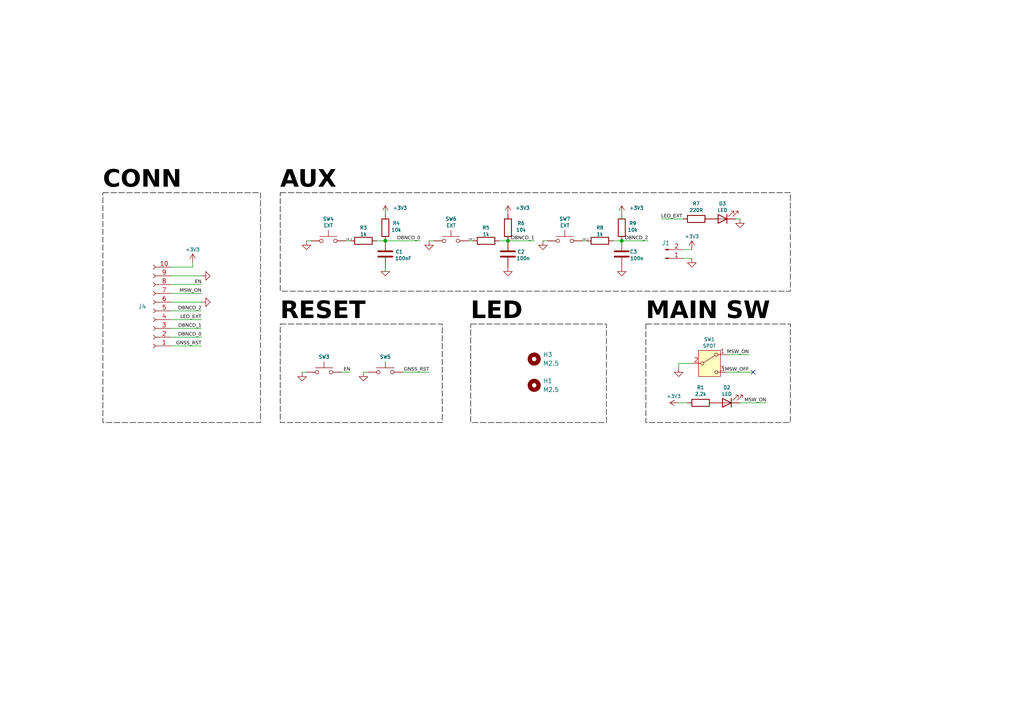
<source format=kicad_sch>
(kicad_sch (version 20250114) (generator "eeschema") (generator_version "9.0")
  (paper "A4")
  (lib_symbols
    (symbol "Connector:Conn_01x02_Pin" (pin_names (offset 1.016) (hide yes))
      (property "Reference" "J" (at 0 2.54 0))
      (property "Value" "Conn_01x02_Pin" (at 0 -5.08 0))
      (symbol "Conn_01x02_Pin_1_1"
        (rectangle (start 0.8636 0.127) (end 0 -0.127) (stroke (width 0.1524)) (fill (type outline)))
        (rectangle (start 0.8636 -2.413) (end 0 -2.667) (stroke (width 0.1524)) (fill (type outline)))
        (polyline (pts (xy 1.27 0) (xy 0.8636 0)) (stroke (width 0.1524)))
        (polyline (pts (xy 1.27 -2.54) (xy 0.8636 -2.54)) (stroke (width 0.1524)))
        (pin passive line (at 5.08 0 180) (length 3.81) (name "Pin_1") (number "1"))
        (pin passive line (at 5.08 -2.54 180) (length 3.81) (name "Pin_2") (number "2"))
      )
    )
    (symbol "Connector:Conn_01x10_Socket" (pin_names (offset 1.016) (hide yes))
      (property "Reference" "J" (at 0 12.7 0))
      (property "Value" "Conn_01x10_Socket" (at 0 -15.24 0))
      (symbol "Conn_01x10_Socket_1_1"
        (polyline (pts (xy -1.27 10.16) (xy -0.508 10.16)) (stroke (width 0.1524)))
        (polyline (pts (xy -1.27 7.62) (xy -0.508 7.62)) (stroke (width 0.1524)))
        (polyline (pts (xy -1.27 5.08) (xy -0.508 5.08)) (stroke (width 0.1524)))
        (polyline (pts (xy -1.27 2.54) (xy -0.508 2.54)) (stroke (width 0.1524)))
        (polyline (pts (xy -1.27 0) (xy -0.508 0)) (stroke (width 0.1524)))
        (polyline (pts (xy -1.27 -2.54) (xy -0.508 -2.54)) (stroke (width 0.1524)))
        (polyline (pts (xy -1.27 -5.08) (xy -0.508 -5.08)) (stroke (width 0.1524)))
        (polyline (pts (xy -1.27 -7.62) (xy -0.508 -7.62)) (stroke (width 0.1524)))
        (polyline (pts (xy -1.27 -10.16) (xy -0.508 -10.16)) (stroke (width 0.1524)))
        (polyline (pts (xy -1.27 -12.7) (xy -0.508 -12.7)) (stroke (width 0.1524)))
        (arc (start 0 9.652) (mid -0.5058 10.16) (end 0 10.668) (stroke (width 0.1524)))
        (arc (start 0 7.112) (mid -0.5058 7.62) (end 0 8.128) (stroke (width 0.1524)))
        (arc (start 0 4.572) (mid -0.5058 5.08) (end 0 5.588) (stroke (width 0.1524)))
        (arc (start 0 2.032) (mid -0.5058 2.54) (end 0 3.048) (stroke (width 0.1524)))
        (arc (start 0 -0.508) (mid -0.5058 0) (end 0 0.508) (stroke (width 0.1524)))
        (arc (start 0 -3.048) (mid -0.5058 -2.54) (end 0 -2.032) (stroke (width 0.1524)))
        (arc (start 0 -5.588) (mid -0.5058 -5.08) (end 0 -4.572) (stroke (width 0.1524)))
        (arc (start 0 -8.128) (mid -0.5058 -7.62) (end 0 -7.112) (stroke (width 0.1524)))
        (arc (start 0 -10.668) (mid -0.5058 -10.16) (end 0 -9.652) (stroke (width 0.1524)))
        (arc (start 0 -13.208) (mid -0.5058 -12.7) (end 0 -12.192) (stroke (width 0.1524)))
        (pin passive line (at -5.08 10.16 0) (length 3.81) (name "Pin_1") (number "1"))
        (pin passive line (at -5.08 7.62 0) (length 3.81) (name "Pin_2") (number "2"))
        (pin passive line (at -5.08 5.08 0) (length 3.81) (name "Pin_3") (number "3"))
        (pin passive line (at -5.08 2.54 0) (length 3.81) (name "Pin_4") (number "4"))
        (pin passive line (at -5.08 0 0) (length 3.81) (name "Pin_5") (number "5"))
        (pin passive line (at -5.08 -2.54 0) (length 3.81) (name "Pin_6") (number "6"))
        (pin passive line (at -5.08 -5.08 0) (length 3.81) (name "Pin_7") (number "7"))
        (pin passive line (at -5.08 -7.62 0) (length 3.81) (name "Pin_8") (number "8"))
        (pin passive line (at -5.08 -10.16 0) (length 3.81) (name "Pin_9") (number "9"))
        (pin passive line (at -5.08 -12.7 0) (length 3.81) (name "Pin_10") (number "10"))
      )
    )
    (symbol "Device:C" (pin_numbers (hide yes)) (pin_names (offset 0.254))
      (property "Reference" "C" (at 0.635 2.54 0))
      (property "Value" "C" (at 0.635 -2.54 0))
      (symbol "C_0_1"
        (polyline (pts (xy -2.032 0.762) (xy 2.032 0.762)) (stroke (width 0.508)))
        (polyline (pts (xy -2.032 -0.762) (xy 2.032 -0.762)) (stroke (width 0.508)))
      )
      (symbol "C_1_1"
        (pin passive line (at 0 3.81 270) (length 2.794) (name "~") (number "1"))
        (pin passive line (at 0 -3.81 90) (length 2.794) (name "~") (number "2"))
      )
    )
    (symbol "Device:LED" (pin_numbers (hide yes)) (pin_names (offset 1.016) (hide yes))
      (property "Reference" "D" (at 0 2.54 0))
      (property "Value" "LED" (at 0 -2.54 0))
      (symbol "LED_0_1"
        (polyline (pts (xy -3.048 -0.762) (xy -4.572 -2.286) (xy -3.81 -2.286) (xy -4.572 -2.286) (xy -4.572 -1.524)))
        (polyline (pts (xy -1.778 -0.762) (xy -3.302 -2.286) (xy -2.54 -2.286) (xy -3.302 -2.286) (xy -3.302 -1.524)))
        (polyline (pts (xy -1.27 0) (xy 1.27 0)))
        (polyline (pts (xy -1.27 -1.27) (xy -1.27 1.27)) (stroke (width 0.254)))
        (polyline (pts (xy 1.27 -1.27) (xy 1.27 1.27) (xy -1.27 0) (xy 1.27 -1.27)) (stroke (width 0.254)))
      )
      (symbol "LED_1_1"
        (pin passive line (at -3.81 0 0) (length 2.54) (name "K") (number "1"))
        (pin passive line (at 3.81 0 180) (length 2.54) (name "A") (number "2"))
      )
    )
    (symbol "Device:R" (pin_numbers (hide yes)) (pin_names (offset 0))
      (property "Reference" "R" (at 2.032 0 90))
      (property "Value" "R" (at 0 0 90))
      (symbol "R_0_1"
        (rectangle (start -1.016 -2.54) (end 1.016 2.54) (stroke (width 0.254)))
      )
      (symbol "R_1_1"
        (pin passive line (at 0 3.81 270) (length 1.27) (name "~") (number "1"))
        (pin passive line (at 0 -3.81 90) (length 1.27) (name "~") (number "2"))
      )
    )
    (symbol "Mechanical:MountingHole" (pin_names (offset 1.016)) (in_bom no)
      (property "Reference" "H" (at 0 5.08 0))
      (property "Value" "MountingHole" (at 0 3.175 0))
      (symbol "MountingHole_0_1"
        (circle (center 0 0) (radius 1.27) (stroke (width 1.27)))
      )
    )
    (symbol "Switch:SW_Push" (pin_numbers (hide yes)) (pin_names (offset 1.016) (hide yes))
      (property "Reference" "SW" (at 1.27 2.54 0))
      (property "Value" "SW_Push" (at 0 -1.524 0))
      (symbol "SW_Push_0_1"
        (circle (center -2.032 0) (radius 0.508))
        (polyline (pts (xy 0 1.27) (xy 0 3.048)))
        (circle (center 2.032 0) (radius 0.508))
        (polyline (pts (xy 2.54 1.27) (xy -2.54 1.27)))
        (pin passive line (at -5.08 0 0) (length 2.54) (name "1") (number "1"))
        (pin passive line (at 5.08 0 180) (length 2.54) (name "2") (number "2"))
      )
    )
    (symbol "Switch:SW_SPDT" (pin_names (offset 0) (hide yes))
      (property "Reference" "SW" (at 0 5.08 0))
      (property "Value" "SW_SPDT" (at 0 -5.08 0))
      (symbol "SW_SPDT_0_1"
        (circle (center -2.032 0) (radius 0.4572))
        (polyline (pts (xy -1.651 0.254) (xy 1.651 2.286)))
        (circle (center 2.032 2.54) (radius 0.4572))
        (circle (center 2.032 -2.54) (radius 0.4572))
      )
      (symbol "SW_SPDT_1_1"
        (rectangle (start -3.175 3.81) (end 3.175 -3.81) (fill (type background)))
        (pin passive line (at -5.08 0 0) (length 2.54) (name "B") (number "2"))
        (pin passive line (at 5.08 2.54 180) (length 2.54) (name "A") (number "1"))
        (pin passive line (at 5.08 -2.54 180) (length 2.54) (name "C") (number "3"))
      )
    )
    (symbol "power:+3V3" (power) (pin_names (offset 0))
      (property "Value" "+3V3" (at 0 3.556 0))
      (symbol "+3V3_0_1"
        (polyline (pts (xy -0.762 1.27) (xy 0 2.54)))
        (polyline (pts (xy 0 2.54) (xy 0.762 1.27)))
        (polyline (pts (xy 0 0) (xy 0 2.54)))
      )
      (symbol "+3V3_1_1"
        (pin power_in line (at 0 0 90) (length 0) (hide yes) (name "+3V3") (number "1"))
      )
    )
    (symbol "power:GND" (power) (pin_names (offset 0))
      (property "Value" "GND" (at 0 -3.81 0))
      (symbol "GND_0_1"
        (polyline (pts (xy 0 0) (xy 0 -1.27) (xy 1.27 -1.27) (xy 0 -2.54) (xy -1.27 -1.27) (xy 0 -1.27)))
      )
      (symbol "GND_1_1"
        (pin power_in line (at 0 0 270) (length 0) (hide yes) (name "GND") (number "1"))
      )
    )
  )
  (rectangle (start 187.325 93.98) (end 229.235 122.555) (stroke (width 0) (type dash) (color 0 0 0 1)))
  (rectangle (start 81.28 55.88) (end 229.235 84.455) (stroke (width 0) (type dash) (color 0 0 0 1)))
  (rectangle (start 29.845 55.88) (end 75.565 122.555) (stroke (width 0) (type dash) (color 0 0 0 1)))
  (rectangle (start 81.28 93.98) (end 128.27 122.555) (stroke (width 0) (type dash) (color 0 0 0 1)))
  (rectangle (start 136.525 93.98) (end 175.895 122.555) (stroke (width 0) (type dash) (color 0 0 0 1)))
  (text "LED" (at 136.525 94.615 0) (effects (font (size 5 5) (thickness 1.2) (bold yes)) (justify left bottom)))
  (text "RESET" (at 81.28 94.615 0) (effects (font (size 5 5) (thickness 1.2) (bold yes)) (justify left bottom)))
  (text "MAIN SW" (at 187.325 94.615 0) (effects (font (size 5 5) (bold yes)) (justify left bottom)))
  (text "AUX" (at 81.28 56.515 0) (effects (font (size 5 5) (thickness 1.2) (bold yes)) (justify left bottom)))
  (text "CONN" (at 29.845 56.515 0) (effects (font (size 5 5) (thickness 1.2) (bold yes)) (justify left bottom)))
  (junction (at 180.34 69.85))
  (junction (at 147.32 69.85))
  (junction (at 111.76 69.85))
  (no_connect (at 218.44 107.95))
  (wire (pts (xy 196.85 106.68) (xy 196.85 105.41)))
  (wire (pts (xy 196.85 105.41) (xy 200.66 105.41)))
  (wire (pts (xy 168.91 69.85) (xy 170.18 69.85)))
  (wire (pts (xy 58.42 85.09) (xy 49.53 85.09)))
  (wire (pts (xy 87.63 107.95) (xy 88.9 107.95)))
  (wire (pts (xy 177.8 69.85) (xy 180.34 69.85)))
  (wire (pts (xy 144.78 69.85) (xy 147.32 69.85)))
  (wire (pts (xy 214.63 63.5) (xy 213.36 63.5)))
  (wire (pts (xy 180.34 69.85) (xy 187.96 69.85)))
  (wire (pts (xy 200.66 72.39) (xy 198.12 72.39)))
  (wire (pts (xy 222.25 116.84) (xy 214.63 116.84)))
  (wire (pts (xy 88.9 69.85) (xy 90.17 69.85)))
  (wire (pts (xy 100.33 69.85) (xy 101.6 69.85)))
  (wire (pts (xy 124.46 69.85) (xy 125.73 69.85)))
  (wire (pts (xy 58.42 100.33) (xy 49.53 100.33)))
  (wire (pts (xy 55.88 77.47) (xy 55.88 76.2)))
  (wire (pts (xy 58.42 90.17) (xy 49.53 90.17)))
  (wire (pts (xy 135.89 69.85) (xy 137.16 69.85)))
  (wire (pts (xy 218.44 107.95) (xy 210.82 107.95)))
  (wire (pts (xy 58.42 80.01) (xy 49.53 80.01)))
  (wire (pts (xy 124.46 107.95) (xy 116.84 107.95)))
  (wire (pts (xy 196.85 116.84) (xy 199.39 116.84)))
  (wire (pts (xy 58.42 92.71) (xy 49.53 92.71)))
  (wire (pts (xy 58.42 97.79) (xy 49.53 97.79)))
  (wire (pts (xy 58.42 95.25) (xy 49.53 95.25)))
  (wire (pts (xy 200.66 74.93) (xy 198.12 74.93)))
  (wire (pts (xy 217.17 102.87) (xy 210.82 102.87)))
  (wire (pts (xy 191.77 63.5) (xy 198.12 63.5)))
  (wire (pts (xy 109.22 69.85) (xy 111.76 69.85)))
  (wire (pts (xy 147.32 69.85) (xy 154.94 69.85)))
  (wire (pts (xy 101.6 107.95) (xy 99.06 107.95)))
  (wire (pts (xy 111.76 69.85) (xy 121.92 69.85)))
  (wire (pts (xy 49.53 82.55) (xy 58.42 82.55)))
  (wire (pts (xy 105.41 107.95) (xy 106.68 107.95)))
  (wire (pts (xy 157.48 69.85) (xy 158.75 69.85)))
  (wire (pts (xy 58.42 87.63) (xy 49.53 87.63)))
  (wire (pts (xy 49.53 77.47) (xy 55.88 77.47)))
  (label "MSW_ON" (at 217.17 102.87 180) (effects (font (size 1 1))))
  (label "DBNCD_0" (at 121.92 69.85 180) (effects (font (size 1 1))))
  (label "LED_EXT" (at 191.77 63.5 0) (effects (font (size 1 1))))
  (label "EN" (at 101.6 107.95 180) (effects (font (size 1 1))))
  (label "LED_EXT" (at 58.42 92.71 180) (effects (font (size 1 1))))
  (label "DBNCD_1" (at 58.42 95.25 180) (effects (font (size 1 1))))
  (label "DB_0" (at 100.33 69.85 0) (effects (font (size 0.5 0.5))))
  (label "DBNCD_2" (at 187.96 69.85 180) (effects (font (size 1 1))))
  (label "MSW_OFF" (at 217.17 107.95 180) (effects (font (size 1 1))))
  (label "DBNCD_1" (at 154.94 69.85 180) (effects (font (size 1 1))))
  (label "GNSS_RST" (at 58.42 100.33 180) (effects (font (size 1 1))))
  (label "MSW_ON" (at 58.42 85.09 180) (effects (font (size 1 1))))
  (label "GNSS_RST" (at 124.46 107.95 180) (effects (font (size 1 1))))
  (label "EN" (at 58.42 82.55 180) (effects (font (size 1 1))))
  (label "MSW_ON" (at 222.25 116.84 180) (effects (font (size 1 1))))
  (label "DB_2" (at 168.91 69.85 0) (effects (font (size 0.5 0.5))))
  (label "DBNCD_2" (at 58.42 90.17 180) (effects (font (size 1 1))))
  (label "DB_1" (at 135.89 69.85 0) (effects (font (size 0.5 0.5))))
  (label "DBNCD_0" (at 58.42 97.79 180) (effects (font (size 1 1))))
  (symbol (lib_id "power:+3V3") (at 111.76 62.23 0) (mirror y) (unit 1)
    (property "Reference" "#PWR010" (effects (hide yes)))
    (property "Value" "+3V3" (at 118.11 60.325 0) (effects (font (size 1 1)) (justify left)))
  )
  (symbol (lib_id "power:GND") (at 58.42 80.01 90) (mirror x) (unit 1)
    (property "Reference" "#PWR029" (effects (hide yes)))
    (property "Value" "GND" (effects (hide yes)))
  )
  (symbol (lib_id "Switch:SW_Push") (at 93.98 107.95 0) (mirror y) (unit 1)
    (property "Reference" "SW3" (at 93.98 103.505 0) (effects (font (size 1 1))))
    (property "Value" "RESET" (effects (hide yes)))
    (property "Footprint" "Connector_Wire:SolderWire-0.1sqmm_1x02_P3.6mm_D0.4mm_OD1mm_Relief" (effects (hide yes)))
    (property "Datasheet" "https://cz.mouser.com/ProductDetail/Panasonic/EVQ-PE104K?qs=wX5mvoJE4NGLiYsCBZAptQ%3D%3D" (effects (hide yes)))
  )
  (symbol (lib_id "Device:R") (at 203.2 116.84 90) (unit 1)
    (property "Reference" "R1" (at 203.2 112.395 90) (effects (font (size 1 1))))
    (property "Value" "2.2k" (at 203.2 114.3 90) (effects (font (size 1 1))))
    (property "Footprint" "Resistor_SMD:R_0805_2012Metric" (effects (hide yes)))
    (property "LCSC" "C17633" (effects (hide yes)))
  )
  (symbol (lib_id "Switch:SW_Push") (at 111.76 107.95 0) (mirror y) (unit 1)
    (property "Reference" "SW5" (at 111.76 103.505 0) (effects (font (size 1 1))))
    (property "Value" "RESET" (effects (hide yes)))
    (property "Footprint" "Connector_Wire:SolderWire-0.1sqmm_1x02_P3.6mm_D0.4mm_OD1mm_Relief" (effects (hide yes)))
    (property "Datasheet" "https://cz.mouser.com/ProductDetail/Panasonic/EVQ-PE104K?qs=wX5mvoJE4NGLiYsCBZAptQ%3D%3D" (effects (hide yes)))
  )
  (symbol (lib_id "Connector:Conn_01x10_Socket") (at 44.45 90.17 180) (unit 1)
    (property "Reference" "J4" (at 41.275 88.9 0))
    (property "Value" "Conn_01x10_Socket" (effects (hide yes)))
    (property "Footprint" "Connector_PinHeader_2.54mm:PinHeader_1x10_P2.54mm_Horizontal" (effects (hide yes)))
    (property "Description" "Generic connector, single row, 01x10, script generated" (effects (hide yes)))
  )
  (symbol (lib_id "Switch:SW_Push") (at 130.81 69.85 0) (unit 1)
    (property "Reference" "SW6" (at 130.81 63.5 0) (effects (font (size 1 1))))
    (property "Value" "EXT" (at 130.81 65.405 0) (effects (font (size 1 1))))
    (property "Footprint" "Connector_Wire:SolderWire-0.1sqmm_1x02_P3.6mm_D0.4mm_OD1mm_Relief" (effects (hide yes)))
    (property "Datasheet" "https://cz.mouser.com/ProductDetail/Panasonic/EVQ-PE104K?qs=wX5mvoJE4NGLiYsCBZAptQ%3D%3D" (effects (hide yes)))
  )
  (symbol (lib_id "Device:R") (at 111.76 66.04 0) (mirror x) (unit 1)
    (property "Reference" "R4" (at 114.935 64.77 0) (effects (font (size 1 1))))
    (property "Value" "10k" (at 114.935 66.675 0) (effects (font (size 1 1))))
    (property "Footprint" "Resistor_SMD:R_0805_2012Metric" (effects (hide yes)))
  )
  (symbol (lib_id "power:GND") (at 200.66 74.93 0) (mirror y) (unit 1)
    (property "Reference" "#PWR03" (effects (hide yes)))
    (property "Value" "GND" (effects (hide yes)))
  )
  (symbol (lib_id "power:+3V3") (at 55.88 76.2 0) (mirror y) (unit 1)
    (property "Reference" "#PWR031" (effects (hide yes)))
    (property "Value" "+3V3" (at 55.88 72.39 0) (effects (font (size 1 1))))
  )
  (symbol (lib_id "Device:LED") (at 210.82 116.84 180) (unit 1)
    (property "Reference" "D2" (at 210.82 112.395 0) (effects (font (size 1 1))))
    (property "Value" "LED" (at 210.82 114.3 0) (effects (font (size 1 1))))
    (property "Footprint" "Connector_Wire:SolderWire-0.1sqmm_1x02_P3.6mm_D0.4mm_OD1mm_Relief" (effects (hide yes)))
    (property "Description" "Light emitting diode" (effects (hide yes)))
    (property "Sim.Pins" "1=K 2=A" (effects (hide yes)))
  )
  (symbol (lib_id "power:GND") (at 214.63 63.5 0) (unit 1)
    (property "Reference" "#PWR016" (effects (hide yes)))
    (property "Value" "GND" (effects (hide yes)))
  )
  (symbol (lib_id "power:+3V3") (at 147.32 62.23 0) (mirror y) (unit 1)
    (property "Reference" "#PWR013" (effects (hide yes)))
    (property "Value" "+3V3" (at 153.67 60.325 0) (effects (font (size 1 1)) (justify left)))
  )
  (symbol (lib_id "Device:C") (at 180.34 73.66 180) (unit 1)
    (property "Reference" "C3" (at 184.785 73.025 0) (effects (font (size 1 1)) (justify left)))
    (property "Value" "100n" (at 186.69 74.93 0) (effects (font (size 1 1)) (justify left)))
    (property "Footprint" "Capacitor_SMD:C_0805_2012Metric" (effects (hide yes)))
  )
  (symbol (lib_id "Device:C") (at 111.76 73.66 180) (unit 1)
    (property "Reference" "C1" (at 116.84 73.025 0) (effects (font (size 1 1)) (justify left)))
    (property "Value" "100nF" (at 119.38 74.93 0) (effects (font (size 1 1)) (justify left)))
    (property "Footprint" "Capacitor_SMD:C_0805_2012Metric" (effects (hide yes)))
  )
  (symbol (lib_id "Mechanical:MountingHole") (at 154.94 111.76 0) (unit 1) (in_bom no)
    (property "Reference" "H1" (at 157.48 110.4899 0) (effects (justify left)))
    (property "Value" "M2.5" (at 157.48 113.0299 0) (effects (justify left)))
    (property "Footprint" "MountingHole:MountingHole_2.5mm" (effects (hide yes)))
    (property "Description" "Mounting Hole without connection" (effects (hide yes)))
  )
  (symbol (lib_id "power:GND") (at 147.32 77.47 0) (mirror y) (unit 1)
    (property "Reference" "#PWR014" (effects (hide yes)))
    (property "Value" "GND" (effects (hide yes)))
  )
  (symbol (lib_id "Switch:SW_Push") (at 95.25 69.85 0) (unit 1)
    (property "Reference" "SW4" (at 95.25 63.5 0) (effects (font (size 1 1))))
    (property "Value" "EXT" (at 95.25 65.405 0) (effects (font (size 1 1))))
    (property "Footprint" "Connector_Wire:SolderWire-0.1sqmm_1x02_P3.6mm_D0.4mm_OD1mm_Relief" (effects (hide yes)))
    (property "Datasheet" "https://cz.mouser.com/ProductDetail/Panasonic/EVQ-PE104K?qs=wX5mvoJE4NGLiYsCBZAptQ%3D%3D" (effects (hide yes)))
  )
  (symbol (lib_id "Mechanical:MountingHole") (at 154.94 104.14 0) (unit 1) (in_bom no)
    (property "Reference" "H3" (at 157.48 102.8699 0) (effects (justify left)))
    (property "Value" "M2.5" (at 157.48 105.4099 0) (effects (justify left)))
    (property "Footprint" "MountingHole:MountingHole_2.5mm" (effects (hide yes)))
    (property "Description" "Mounting Hole without connection" (effects (hide yes)))
  )
  (symbol (lib_id "Device:R") (at 201.93 63.5 90) (unit 1)
    (property "Reference" "R7" (at 201.93 59.055 90) (effects (font (size 1 1))))
    (property "Value" "220R" (at 201.93 60.96 90) (effects (font (size 1 1))))
    (property "Footprint" "Resistor_SMD:R_0805_2012Metric" (effects (hide yes)))
    (property "LCSC" "C17633" (effects (hide yes)))
  )
  (symbol (lib_id "Switch:SW_SPDT") (at 205.74 105.41 0) (unit 1)
    (property "Reference" "SW1" (at 205.74 98.425 0) (effects (font (size 1 1))))
    (property "Value" "SPDT" (at 205.74 100.33 0) (effects (font (size 1 1))))
    (property "Footprint" "Connector_Wire:SolderWire-0.1sqmm_1x02_P3.6mm_D0.4mm_OD1mm_Relief" (effects (hide yes)))
    (property "Description" "Switch, single pole double throw" (effects (hide yes)))
  )
  (symbol (lib_id "Switch:SW_Push") (at 163.83 69.85 0) (unit 1)
    (property "Reference" "SW7" (at 163.83 63.5 0) (effects (font (size 1 1))))
    (property "Value" "EXT" (at 163.83 65.405 0) (effects (font (size 1 1))))
    (property "Footprint" "Connector_Wire:SolderWire-0.1sqmm_1x02_P3.6mm_D0.4mm_OD1mm_Relief" (effects (hide yes)))
    (property "Datasheet" "https://cz.mouser.com/ProductDetail/Panasonic/EVQ-PE104K?qs=wX5mvoJE4NGLiYsCBZAptQ%3D%3D" (effects (hide yes)))
  )
  (symbol (lib_id "power:GND") (at 180.34 77.47 0) (mirror y) (unit 1)
    (property "Reference" "#PWR018" (effects (hide yes)))
    (property "Value" "GND" (effects (hide yes)))
  )
  (symbol (lib_id "Device:R") (at 180.34 66.04 0) (mirror x) (unit 1)
    (property "Reference" "R9" (at 183.515 64.77 0) (effects (font (size 1 1))))
    (property "Value" "10k" (at 183.515 66.675 0) (effects (font (size 1 1))))
    (property "Footprint" "Resistor_SMD:R_0805_2012Metric" (effects (hide yes)))
  )
  (symbol (lib_id "Device:C") (at 147.32 73.66 180) (unit 1)
    (property "Reference" "C2" (at 151.13 73.025 0) (effects (font (size 1 1))))
    (property "Value" "100n" (at 151.765 74.93 0) (effects (font (size 1 1))))
    (property "Footprint" "Capacitor_SMD:C_0805_2012Metric" (effects (hide yes)))
  )
  (symbol (lib_id "Device:R") (at 173.99 69.85 90) (unit 1)
    (property "Reference" "R8" (at 173.99 66.04 90) (effects (font (size 1 1))))
    (property "Value" "1k" (at 173.99 67.945 90) (effects (font (size 1 1))))
    (property "Footprint" "Resistor_SMD:R_0805_2012Metric" (effects (hide yes)))
    (property "LCSC" "C17470" (effects (hide yes)))
  )
  (symbol (lib_id "power:+3V3") (at 180.34 62.23 0) (mirror y) (unit 1)
    (property "Reference" "#PWR017" (effects (hide yes)))
    (property "Value" "+3V3" (at 186.69 60.325 0) (effects (font (size 1 1)) (justify left)))
  )
  (symbol (lib_id "Device:LED") (at 209.55 63.5 180) (unit 1)
    (property "Reference" "D3" (at 209.55 59.055 0) (effects (font (size 1 1))))
    (property "Value" "LED" (at 209.55 60.96 0) (effects (font (size 1 1))))
    (property "Footprint" "Connector_Wire:SolderWire-0.1sqmm_1x02_P3.6mm_D0.4mm_OD1mm_Relief" (effects (hide yes)))
    (property "Description" "Light emitting diode" (effects (hide yes)))
    (property "Sim.Pins" "1=K 2=A" (effects (hide yes)))
  )
  (symbol (lib_id "Connector:Conn_01x02_Pin") (at 193.04 74.93 0) (mirror x) (unit 1)
    (property "Reference" "J1" (at 194.31 70.485 0) (effects (justify right)))
    (property "Value" "Conn_01x02_Pin" (effects (hide yes)))
    (property "Footprint" "Connector_Wire:SolderWire-0.1sqmm_1x02_P3.6mm_D0.4mm_OD1mm_Relief" (effects (hide yes)))
    (property "Description" "Generic connector, single row, 01x02, script generated" (effects (hide yes)))
  )
  (symbol (lib_id "power:GND") (at 87.63 107.95 0) (mirror y) (unit 1)
    (property "Reference" "#PWR07" (effects (hide yes)))
    (property "Value" "GND" (effects (hide yes)))
  )
  (symbol (lib_id "power:GND") (at 58.42 87.63 90) (mirror x) (unit 1)
    (property "Reference" "#PWR01" (effects (hide yes)))
    (property "Value" "GND" (effects (hide yes)))
  )
  (symbol (lib_id "power:GND") (at 124.46 69.85 0) (mirror y) (unit 1)
    (property "Reference" "#PWR012" (effects (hide yes)))
    (property "Value" "GND" (effects (hide yes)))
  )
  (symbol (lib_id "power:GND") (at 105.41 107.95 0) (mirror y) (unit 1)
    (property "Reference" "#PWR09" (effects (hide yes)))
    (property "Value" "GND" (effects (hide yes)))
  )
  (symbol (lib_id "power:GND") (at 157.48 69.85 0) (mirror y) (unit 1)
    (property "Reference" "#PWR015" (effects (hide yes)))
    (property "Value" "GND" (effects (hide yes)))
  )
  (symbol (lib_id "power:GND") (at 196.85 106.68 0) (mirror y) (unit 1)
    (property "Reference" "#PWR04" (effects (hide yes)))
    (property "Value" "GND" (effects (hide yes)))
  )
  (symbol (lib_id "power:+3V3") (at 196.85 116.84 90) (mirror x) (unit 1)
    (property "Reference" "#PWR05" (effects (hide yes)))
    (property "Value" "+3V3" (at 197.485 114.935 90) (effects (font (size 1 1)) (justify left)))
  )
  (symbol (lib_id "Device:R") (at 147.32 66.04 0) (mirror x) (unit 1)
    (property "Reference" "R6" (at 151.13 64.77 0) (effects (font (size 1 1))))
    (property "Value" "10k" (at 151.13 66.675 0) (effects (font (size 1 1))))
    (property "Footprint" "Resistor_SMD:R_0805_2012Metric" (effects (hide yes)))
  )
  (symbol (lib_id "power:GND") (at 111.76 77.47 0) (mirror y) (unit 1)
    (property "Reference" "#PWR011" (effects (hide yes)))
    (property "Value" "GND" (effects (hide yes)))
  )
  (symbol (lib_id "Device:R") (at 105.41 69.85 90) (unit 1)
    (property "Reference" "R3" (at 105.41 66.04 90) (effects (font (size 1 1))))
    (property "Value" "1k" (at 105.41 67.945 90) (effects (font (size 1 1))))
    (property "Footprint" "Resistor_SMD:R_0805_2012Metric" (effects (hide yes)))
    (property "LCSC" "C17470" (effects (hide yes)))
  )
  (symbol (lib_id "power:+3V3") (at 200.66 72.39 0) (mirror y) (unit 1)
    (property "Reference" "#PWR02" (effects (hide yes)))
    (property "Value" "+3V3" (at 200.66 68.58 0) (effects (font (size 1 1))))
  )
  (symbol (lib_id "Device:R") (at 140.97 69.85 90) (unit 1)
    (property "Reference" "R5" (at 140.97 66.04 90) (effects (font (size 1 1))))
    (property "Value" "1k" (at 140.97 67.945 90) (effects (font (size 1 1))))
    (property "Footprint" "Resistor_SMD:R_0805_2012Metric" (effects (hide yes)))
    (property "LCSC" "C17470" (effects (hide yes)))
  )
  (symbol (lib_id "power:GND") (at 88.9 69.85 0) (mirror y) (unit 1)
    (property "Reference" "#PWR08" (effects (hide yes)))
    (property "Value" "GND" (effects (hide yes)))
  )
)
</source>
